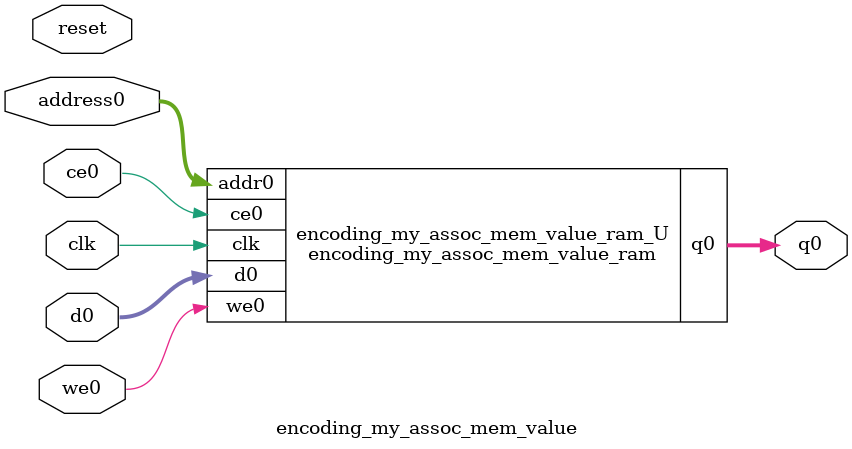
<source format=v>
`timescale 1 ns / 1 ps
module encoding_my_assoc_mem_value_ram (addr0, ce0, d0, we0, q0,  clk);

parameter DWIDTH = 12;
parameter AWIDTH = 6;
parameter MEM_SIZE = 64;

input[AWIDTH-1:0] addr0;
input ce0;
input[DWIDTH-1:0] d0;
input we0;
output reg[DWIDTH-1:0] q0;
input clk;

reg [DWIDTH-1:0] ram[0:MEM_SIZE-1];




always @(posedge clk)  
begin 
    if (ce0) begin
        if (we0) 
            ram[addr0] <= d0; 
        q0 <= ram[addr0];
    end
end


endmodule

`timescale 1 ns / 1 ps
module encoding_my_assoc_mem_value(
    reset,
    clk,
    address0,
    ce0,
    we0,
    d0,
    q0);

parameter DataWidth = 32'd12;
parameter AddressRange = 32'd64;
parameter AddressWidth = 32'd6;
input reset;
input clk;
input[AddressWidth - 1:0] address0;
input ce0;
input we0;
input[DataWidth - 1:0] d0;
output[DataWidth - 1:0] q0;



encoding_my_assoc_mem_value_ram encoding_my_assoc_mem_value_ram_U(
    .clk( clk ),
    .addr0( address0 ),
    .ce0( ce0 ),
    .we0( we0 ),
    .d0( d0 ),
    .q0( q0 ));

endmodule


</source>
